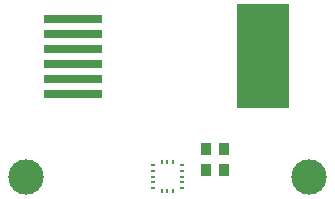
<source format=gts>
G04 #@! TF.FileFunction,Soldermask,Top*
%FSLAX46Y46*%
G04 Gerber Fmt 4.6, Leading zero omitted, Abs format (unit mm)*
G04 Created by KiCad (PCBNEW 4.0.6-e0-6349~53~ubuntu16.04.1) date Sat Jul 29 16:24:50 2017*
%MOMM*%
%LPD*%
G01*
G04 APERTURE LIST*
%ADD10C,0.150000*%
%ADD11R,5.000000X0.760000*%
%ADD12R,4.500000X8.800000*%
%ADD13R,0.350000X0.250000*%
%ADD14R,0.250000X0.350000*%
%ADD15C,3.000000*%
%ADD16R,0.899160X1.000760*%
%ADD17R,0.900000X1.000000*%
G04 APERTURE END LIST*
D10*
D11*
X144000000Y-95425000D03*
X144000000Y-97965000D03*
X144000000Y-100505000D03*
X144000000Y-99235000D03*
X144000000Y-101775000D03*
X144000000Y-96695000D03*
D12*
X160050000Y-98600000D03*
D13*
X153225000Y-109800000D03*
X153225000Y-109300000D03*
D14*
X152500000Y-107575000D03*
D13*
X153225000Y-107800000D03*
X150775000Y-107800000D03*
X150775000Y-109800000D03*
X150775000Y-108300000D03*
D14*
X151500000Y-107575000D03*
D13*
X150775000Y-108800000D03*
X150775000Y-109300000D03*
X153225000Y-108300000D03*
X153225000Y-108800000D03*
D14*
X152000000Y-107575000D03*
X152000000Y-110025000D03*
X152500000Y-110025000D03*
X151500000Y-110025000D03*
D15*
X140000000Y-108800000D03*
X164000000Y-108800000D03*
D16*
X156751840Y-108250000D03*
D17*
X155248160Y-108250000D03*
D16*
X156751840Y-106500000D03*
D17*
X155248160Y-106500000D03*
M02*

</source>
